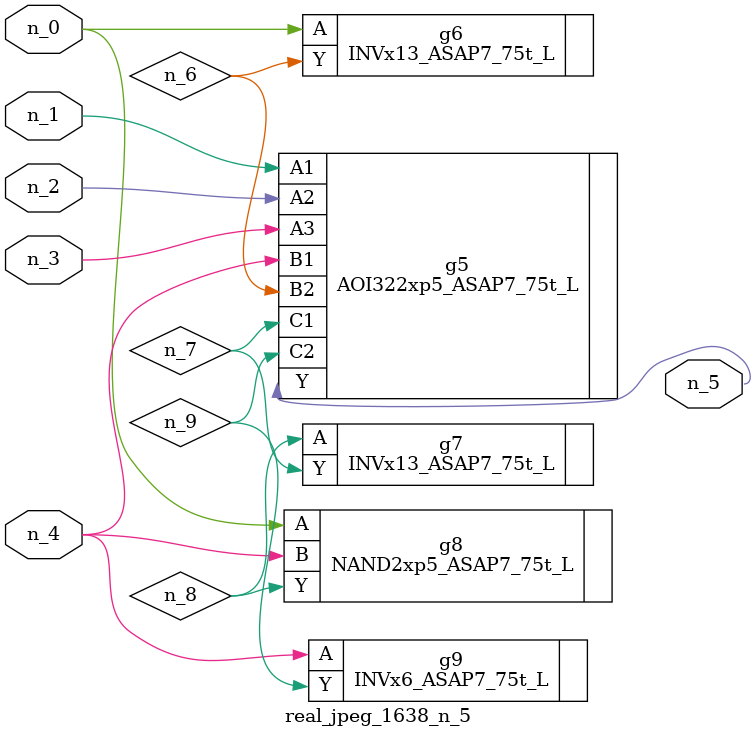
<source format=v>
module real_jpeg_1638_n_5 (n_4, n_0, n_1, n_2, n_3, n_5);

input n_4;
input n_0;
input n_1;
input n_2;
input n_3;

output n_5;

wire n_8;
wire n_6;
wire n_7;
wire n_9;

INVx13_ASAP7_75t_L g6 ( 
.A(n_0),
.Y(n_6)
);

NAND2xp5_ASAP7_75t_L g8 ( 
.A(n_0),
.B(n_4),
.Y(n_8)
);

AOI322xp5_ASAP7_75t_L g5 ( 
.A1(n_1),
.A2(n_2),
.A3(n_3),
.B1(n_4),
.B2(n_6),
.C1(n_7),
.C2(n_9),
.Y(n_5)
);

INVx6_ASAP7_75t_L g9 ( 
.A(n_4),
.Y(n_9)
);

INVx13_ASAP7_75t_L g7 ( 
.A(n_8),
.Y(n_7)
);


endmodule
</source>
